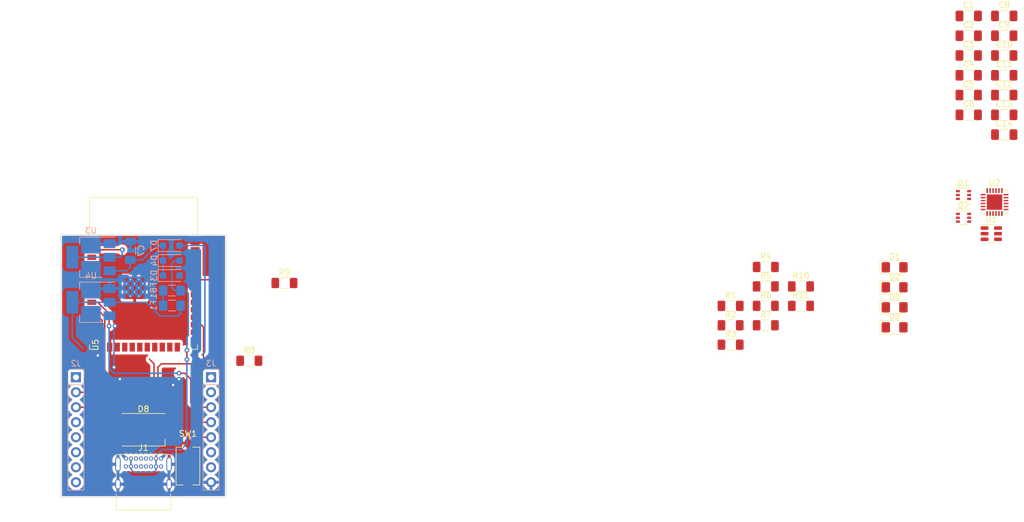
<source format=kicad_pcb>
(kicad_pcb (version 20221018) (generator pcbnew)
  (layers (0 "F.Cu" signal) (31 "B.Cu" signal) (34 "B.Paste" user) (35 "F.Paste" user) (36 "B.SilkS" user "B.Silkscreen") (37 "F.SilkS" user "F.Silkscreen") (38 "B.Mask" user) (39 "F.Mask" user) (44 "Edge.Cuts" user))
  (net 0 "")
  (net 1 "+5V")
  (net 2 "GND")
  (net 3 "+3.3VA")
  (net 4 "Net-(U2-VPP)")
  (net 5 "/3V3_LDO_IN")
  (net 6 "+BATT")
  (net 7 "/EN")
  (net 8 "/SW")
  (net 9 "Net-(D1-K)")
  (net 10 "Net-(D1-A)")
  (net 11 "Net-(D2-K)")
  (net 12 "Net-(D2-A)")
  (net 13 "+5VP")
  (net 14 "Net-(D5-A)")
  (net 15 "Net-(D6-A)")
  (net 16 "/VIN")
  (net 17 "/NeoPixel")
  (net 19 "Net-(F1-Pad1)")
  (net 20 "Net-(J1-CC1)")
  (net 21 "Net-(J1-D+-PadA6)")
  (net 22 "Net-(J1-D--PadA7)")
  (net 24 "Net-(J1-CC2)")
  (net 26 "/IO26")
  (net 27 "/IO25")
  (net 28 "/IO19")
  (net 29 "/IO18")
  (net 30 "/IO17")
  (net 31 "/IO14")
  (net 32 "/IO13")
  (net 33 "/IO35")
  (net 34 "/IO34")
  (net 35 "/IO33")
  (net 36 "/IO32")
  (net 37 "/IO27")
  (net 38 "/SCL")
  (net 39 "/SDA")
  (net 40 "/DTR")
  (net 41 "/RTS")
  (net 42 "/IO0")
  (net 43 "Net-(U2-~{RST})")
  (net 44 "/TX")
  (net 45 "Net-(U2-RXD)")
  (net 46 "/RX")
  (net 47 "Net-(U2-TXD)")
  (net 48 "Net-(U2-D-)")
  (net 49 "Net-(U2-D+)")
  (footprint "Capacitor_SMD:C_1206_3216Metric_Pad1.33x1.80mm_HandSolder" (layer "F.Cu") (at 231.5 44.44)
    (fp_text reference "C14" (at 0 -1.85) (layer "F.SilkS"))
    (fp_text value "100n")
    (pad "1" smd roundrect (at -1.5625 0) (size 1.325 1.8) (layers "F.Cu" "F.Paste" "F.Mask") (roundrect_rratio 0.188679) (net 8 "/SW"))
    (pad "2" smd roundrect (at 1.5625 0) (size 1.325 1.8) (layers "F.Cu" "F.Paste" "F.Mask") (roundrect_rratio 0.188679) (net 2 "GND"))
  )
  (footprint "Resistor_SMD:R_1206_3216Metric_Pad1.30x1.75mm_HandSolder" (layer "F.Cu") (at 185.21 80.01)
    (fp_text reference "R3" (at 0 -1.82) (layer "F.SilkS"))
    (fp_text value "220")
    (pad "1" smd roundrect (at -1.55 0) (size 1.3 1.75) (layers "F.Cu" "F.Paste" "F.Mask") (roundrect_rratio 0.192308) (net 3 "+3.3VA"))
    (pad "2" smd roundrect (at 1.55 0) (size 1.3 1.75) (layers "F.Cu" "F.Paste" "F.Mask") (roundrect_rratio 0.192308) (net 12 "Net-(D2-A)"))
  )
  (footprint "Package_DFN_QFN:QFN-24-1EP_4x4mm_P0.5mm_EP2.6x2.6mm" (layer "F.Cu") (at 229.86 55.86)
    (fp_text reference "U2" (at 0 -3.3) (layer "F.SilkS"))
    (fp_text value "CP2104")
    (pad "1" smd roundrect (at -1.9375 -1.25) (size 0.825 0.25) (layers "F.Cu" "F.Paste" "F.Mask"))
    (pad "2" smd roundrect (at -1.9375 -0.75) (size 0.825 0.25) (layers "F.Cu" "F.Paste" "F.Mask") (net 2 "GND"))
    (pad "3" smd roundrect (at -1.9375 -0.25) (size 0.825 0.25) (layers "F.Cu" "F.Paste" "F.Mask") (net 49 "Net-(U2-D+)"))
    (pad "4" smd roundrect (at -1.9375 0.25) (size 0.825 0.25) (layers "F.Cu" "F.Paste" "F.Mask") (net 48 "Net-(U2-D-)"))
    (pad "5" smd roundrect (at -1.9375 0.75) (size 0.825 0.25) (layers "F.Cu" "F.Paste" "F.Mask") (net 3 "+3.3VA"))
    (pad "6" smd roundrect (at -1.9375 1.25) (size 0.825 0.25) (layers "F.Cu" "F.Paste" "F.Mask") (net 3 "+3.3VA"))
    (pad "7" smd roundrect (at -1.25 1.9375) (size 0.25 0.825) (layers "F.Cu" "F.Paste" "F.Mask") (net 1 "+5V"))
    (pad "8" smd roundrect (at -0.75 1.9375) (size 0.25 0.825) (layers "F.Cu" "F.Paste" "F.Mask") (net 1 "+5V"))
    (pad "9" smd roundrect (at -0.25 1.9375) (size 0.25 0.825) (layers "F.Cu" "F.Paste" "F.Mask") (net 43 "Net-(U2-~{RST})"))
    (pad "10" smd roundrect (at 0.25 1.9375) (size 0.25 0.825) (layers "F.Cu" "F.Paste" "F.Mask"))
    (pad "11" smd roundrect (at 0.75 1.9375) (size 0.25 0.825) (layers "F.Cu" "F.Paste" "F.Mask"))
    (pad "12" smd roundrect (at 1.25 1.9375) (size 0.25 0.825) (layers "F.Cu" "F.Paste" "F.Mask"))
    (pad "13" smd roundrect (at 1.9375 1.25) (size 0.825 0.25) (layers "F.Cu" "F.Paste" "F.Mask") (net 11 "Net-(D2-K)"))
    (pad "14" smd roundrect (at 1.9375 0.75) (size 0.825 0.25) (layers "F.Cu" "F.Paste" "F.Mask") (net 9 "Net-(D1-K)"))
    (pad "15" smd roundrect (at 1.9375 0.25) (size 0.825 0.25) (layers "F.Cu" "F.Paste" "F.Mask"))
    (pad "16" smd roundrect (at 1.9375 -0.25) (size 0.825 0.25) (layers "F.Cu" "F.Paste" "F.Mask") (net 4 "Net-(U2-VPP)"))
    (pad "17" smd roundrect (at 1.9375 -0.75) (size 0.825 0.25) (layers "F.Cu" "F.Paste" "F.Mask"))
    (pad "18" smd roundrect (at 1.9375 -1.25) (size 0.825 0.25) (layers "F.Cu" "F.Paste" "F.Mask"))
    (pad "19" smd roundrect (at 1.25 -1.9375) (size 0.25 0.825) (layers "F.Cu" "F.Paste" "F.Mask") (net 41 "/RTS"))
    (pad "20" smd roundrect (at 0.75 -1.9375) (size 0.25 0.825) (layers "F.Cu" "F.Paste" "F.Mask") (net 45 "Net-(U2-RXD)"))
    (pad "21" smd roundrect (at 0.25 -1.9375) (size 0.25 0.825) (layers "F.Cu" "F.Paste" "F.Mask") (net 47 "Net-(U2-TXD)"))
    (pad "22" smd roundrect (at -0.25 -1.9375) (size 0.25 0.825) (layers "F.Cu" "F.Paste" "F.Mask"))
    (pad "23" smd roundrect (at -0.75 -1.9375) (size 0.25 0.825) (layers "F.Cu" "F.Paste" "F.Mask") (net 40 "/DTR"))
    (pad "24" smd roundrect (at -1.25 -1.9375) (size 0.25 0.825) (layers "F.Cu" "F.Paste" "F.Mask"))
    (pad "25" smd rect (at 0 0) (size 2.6 2.6) (layers "F.Cu" "F.Mask") (net 2 "GND"))
  )
  (footprint "LED_SMD:LED_1206_3216Metric_Pad1.42x1.75mm_HandSolder" (layer "F.Cu") (at 212.955 73.68)
    (fp_text reference "D5" (at 0 -1.82) (layer "F.SilkS"))
    (fp_text value "LED")
    (pad "1" smd roundrect (at -1.4875 0) (size 1.425 1.75) (layers "F.Cu" "F.Paste" "F.Mask") (roundrect_rratio 0.175439) (net 2 "GND"))
    (pad "2" smd roundrect (at 1.4875 0) (size 1.425 1.75) (layers "F.Cu" "F.Paste" "F.Mask") (roundrect_rratio 0.175439) (net 14 "Net-(D5-A)"))
  )
  (footprint "LED_SMD:LED_1206_3216Metric_Pad1.42x1.75mm_HandSolder" (layer "F.Cu") (at 212.955 70.29)
    (fp_text reference "D2" (at 0 -1.82) (layer "F.SilkS"))
    (fp_text value "GRN_LED")
    (pad "1" smd roundrect (at -1.4875 0) (size 1.425 1.75) (layers "F.Cu" "F.Paste" "F.Mask") (roundrect_rratio 0.175439) (net 11 "Net-(D2-K)"))
    (pad "2" smd roundrect (at 1.4875 0) (size 1.425 1.75) (layers "F.Cu" "F.Paste" "F.Mask") (roundrect_rratio 0.175439) (net 12 "Net-(D2-A)"))
  )
  (footprint "Capacitor_SMD:C_1206_3216Metric_Pad1.33x1.80mm_HandSolder" (layer "F.Cu") (at 231.5 31.04)
    (fp_text reference "C10" (at 0 -1.85) (layer "F.SilkS"))
    (fp_text value "22u")
    (pad "1" smd roundrect (at -1.5625 0) (size 1.325 1.8) (layers "F.Cu" "F.Paste" "F.Mask") (roundrect_rratio 0.188679) (net 1 "+5V"))
    (pad "2" smd roundrect (at 1.5625 0) (size 1.325 1.8) (layers "F.Cu" "F.Paste" "F.Mask") (roundrect_rratio 0.188679) (net 2 "GND"))
  )
  (footprint "Resistor_SMD:R_1206_3216Metric_Pad1.30x1.75mm_HandSolder" (layer "F.Cu") (at 191.16 70.14)
    (fp_text reference "R5" (at 0 -1.82) (layer "F.SilkS"))
    (fp_text value "10k")
    (pad "1" smd roundrect (at -1.55 0) (size 1.3 1.75) (layers "F.Cu" "F.Paste" "F.Mask") (roundrect_rratio 0.192308) (net 43 "Net-(U2-~{RST})"))
    (pad "2" smd roundrect (at 1.55 0) (size 1.3 1.75) (layers "F.Cu" "F.Paste" "F.Mask") (roundrect_rratio 0.192308) (net 3 "+3.3VA"))
  )
  (footprint "Capacitor_SMD:C_1206_3216Metric_Pad1.33x1.80mm_HandSolder" (layer "F.Cu") (at 225.49 27.69)
    (fp_text reference "C2" (at 0 -1.85) (layer "F.SilkS"))
    (fp_text value "100n")
    (pad "1" smd roundrect (at -1.5625 0) (size 1.325 1.8) (layers "F.Cu" "F.Paste" "F.Mask") (roundrect_rratio 0.188679) (net 1 "+5V"))
    (pad "2" smd roundrect (at 1.5625 0) (size 1.325 1.8) (layers "F.Cu" "F.Paste" "F.Mask") (roundrect_rratio 0.188679) (net 2 "GND"))
  )
  (footprint "Resistor_SMD:R_1206_3216Metric_Pad1.30x1.75mm_HandSolder" (layer "F.Cu") (at 197.11 70.14)
    (fp_text reference "R10" (at 0 -1.82) (layer "F.SilkS"))
    (fp_text value "10k")
    (pad "1" smd roundrect (at -1.55 0) (size 1.3 1.75) (layers "F.Cu" "F.Paste" "F.Mask") (roundrect_rratio 0.192308) (net 3 "+3.3VA"))
    (pad "2" smd roundrect (at 1.55 0) (size 1.3 1.75) (layers "F.Cu" "F.Paste" "F.Mask") (roundrect_rratio 0.192308) (net 7 "/EN"))
  )
  (footprint "Capacitor_SMD:C_1206_3216Metric_Pad1.33x1.80mm_HandSolder" (layer "F.Cu") (at 231.5 41.09)
    (fp_text reference "C13" (at 0 -1.85) (layer "F.SilkS"))
    (fp_text value "100n")
    (pad "1" smd roundrect (at -1.5625 0) (size 1.325 1.8) (layers "F.Cu" "F.Paste" "F.Mask") (roundrect_rratio 0.188679) (net 7 "/EN"))
    (pad "2" smd roundrect (at 1.5625 0) (size 1.325 1.8) (layers "F.Cu" "F.Paste" "F.Mask") (roundrect_rratio 0.188679) (net 2 "GND"))
  )
  (footprint "Capacitor_SMD:C_1206_3216Metric_Pad1.33x1.80mm_HandSolder" (layer "F.Cu") (at 231.5 24.34)
    (fp_text reference "C8" (at 0 -1.85) (layer "F.SilkS"))
    (fp_text value "22u")
    (pad "1" smd roundrect (at -1.5625 0) (size 1.325 1.8) (layers "F.Cu" "F.Paste" "F.Mask") (roundrect_rratio 0.188679) (net 3 "+3.3VA"))
    (pad "2" smd roundrect (at 1.5625 0) (size 1.325 1.8) (layers "F.Cu" "F.Paste" "F.Mask") (roundrect_rratio 0.188679) (net 2 "GND"))
  )
  (footprint "Package_TO_SOT_SMD:SOT-363_SC-70-6" (layer "F.Cu") (at 224.61 54.66)
    (fp_text reference "Q1" (at 0 -2) (layer "F.SilkS"))
    (fp_text value "UMH3N")
    (pad "1" smd rect (at -0.95 -0.65) (size 0.65 0.4) (layers "F.Cu" "F.Paste" "F.Mask") (net 40 "/DTR"))
    (pad "2" smd rect (at -0.95 0) (size 0.65 0.4) (layers "F.Cu" "F.Paste" "F.Mask") (net 41 "/RTS"))
    (pad "3" smd rect (at -0.95 0.65) (size 0.65 0.4) (layers "F.Cu" "F.Paste" "F.Mask"))
    (pad "4" smd rect (at 0.95 0.65) (size 0.65 0.4) (layers "F.Cu" "F.Paste" "F.Mask"))
    (pad "5" smd rect (at 0.95 0) (size 0.65 0.4) (layers "F.Cu" "F.Paste" "F.Mask"))
    (pad "6" smd rect (at 0.95 -0.65) (size 0.65 0.4) (layers "F.Cu" "F.Paste" "F.Mask") (net 42 "/IO0"))
  )
  (footprint "Capacitor_SMD:C_1206_3216Metric_Pad1.33x1.80mm_HandSolder" (layer "F.Cu") (at 231.5 27.69)
    (fp_text reference "C9" (at 0 -1.85) (layer "F.SilkS"))
    (fp_text value "22u")
    (pad "1" smd roundrect (at -1.5625 0) (size 1.325 1.8) (layers "F.Cu" "F.Paste" "F.Mask") (roundrect_rratio 0.188679) (net 6 "+BATT"))
    (pad "2" smd roundrect (at 1.5625 0) (size 1.325 1.8) (layers "F.Cu" "F.Paste" "F.Mask") (roundrect_rratio 0.188679) (net 2 "GND"))
  )
  (footprint "LED_SMD:LED_1206_3216Metric_Pad1.42x1.75mm_HandSolder" (layer "F.Cu") (at 212.955 77.07)
    (fp_text reference "D6" (at 0 -1.82) (layer "F.SilkS"))
    (fp_text value "LED")
    (pad "1" smd roundrect (at -1.4875 0) (size 1.425 1.75) (layers "F.Cu" "F.Paste" "F.Mask") (roundrect_rratio 0.175439) (net 2 "GND"))
    (pad "2" smd roundrect (at 1.4875 0) (size 1.425 1.75) (layers "F.Cu" "F.Paste" "F.Mask") (roundrect_rratio 0.175439) (net 15 "Net-(D6-A)"))
  )
  (footprint "Resistor_SMD:R_1206_3216Metric_Pad1.30x1.75mm_HandSolder" (layer "F.Cu") (at 185.21 73.43)
    (fp_text reference "R1" (at 0 -1.82) (layer "F.SilkS"))
    (fp_text value "5.1k")
    (pad "1" smd roundrect (at -1.55 0) (size 1.3 1.75) (layers "F.Cu" "F.Paste" "F.Mask") (roundrect_rratio 0.192308) (net 2 "GND"))
    (pad "2" smd roundrect (at 1.55 0) (size 1.3 1.75) (layers "F.Cu" "F.Paste" "F.Mask") (roundrect_rratio 0.192308) (net 24 "Net-(J1-CC2)"))
  )
  (footprint "Capacitor_SMD:C_1206_3216Metric_Pad1.33x1.80mm_HandSolder" (layer "F.Cu") (at 225.49 31.04)
    (fp_text reference "C3" (at 0 -1.85) (layer "F.SilkS"))
    (fp_text value "4.7u")
    (pad "1" smd roundrect (at -1.5625 0) (size 1.325 1.8) (layers "F.Cu" "F.Paste" "F.Mask") (roundrect_rratio 0.188679) (net 1 "+5V"))
    (pad "2" smd roundrect (at 1.5625 0) (size 1.325 1.8) (layers "F.Cu" "F.Paste" "F.Mask") (roundrect_rratio 0.188679) (net 2 "GND"))
  )
  (footprint "Capacitor_SMD:C_1206_3216Metric_Pad1.33x1.80mm_HandSolder" (layer "F.Cu") (at 225.49 24.34)
    (fp_text reference "C1" (at 0 -1.85) (layer "F.SilkS"))
    (fp_text value "22u")
    (pad "1" smd roundrect (at -1.5625 0) (size 1.325 1.8) (layers "F.Cu" "F.Paste" "F.Mask") (roundrect_rratio 0.188679) (net 1 "+5V"))
    (pad "2" smd roundrect (at 1.5625 0) (size 1.325 1.8) (layers "F.Cu" "F.Paste" "F.Mask") (roundrect_rratio 0.188679) (net 2 "GND"))
  )
  (footprint "Capacitor_SMD:C_1206_3216Metric_Pad1.33x1.80mm_HandSolder" (layer "F.Cu") (at 225.49 34.39)
    (fp_text reference "C4" (at 0 -1.85) (layer "F.SilkS"))
    (fp_text value "22u")
    (pad "1" smd roundrect (at -1.5625 0) (size 1.325 1.8) (layers "F.Cu" "F.Paste" "F.Mask") (roundrect_rratio 0.188679) (net 3 "+3.3VA"))
    (pad "2" smd roundrect (at 1.5625 0) (size 1.325 1.8) (layers "F.Cu" "F.Paste" "F.Mask") (roundrect_rratio 0.188679) (net 2 "GND"))
  )
  (footprint "Package_TO_SOT_SMD:SOT-23-6" (layer "F.Cu") (at 229.31 61.21)
    (fp_text reference "U1" (at 0 -2.4) (layer "F.SilkS"))
    (fp_text value "USBLC6-2SC6")
    (pad "1" smd roundrect (at -1.1375 -0.95) (size 1.325 0.6) (layers "F.Cu" "F.Paste" "F.Mask") (net 21 "Net-(J1-D+-PadA6)"))
    (pad "2" smd roundrect (at -1.1375 0) (size 1.325 0.6) (layers "F.Cu" "F.Paste" "F.Mask") (net 2 "GND"))
    (pad "3" smd roundrect (at -1.1375 0.95) (size 1.325 0.6) (layers "F.Cu" "F.Paste" "F.Mask") (net 22 "Net-(J1-D--PadA7)"))
    (pad "4" smd roundrect (at 1.1375 0.95) (size 1.325 0.6) (layers "F.Cu" "F.Paste" "F.Mask") (net 48 "Net-(U2-D-)"))
    (pad "5" smd roundrect (at 1.1375 0) (size 1.325 0.6) (layers "F.Cu" "F.Paste" "F.Mask") (net 1 "+5V"))
    (pad "6" smd roundrect (at 1.1375 -0.95) (size 1.325 0.6) (layers "F.Cu" "F.Paste" "F.Mask") (net 49 "Net-(U2-D+)"))
  )
  (footprint "Resistor_SMD:R_1206_3216Metric_Pad1.30x1.75mm_HandSolder" (layer "F.Cu") (at 185.21 76.72)
    (fp_text reference "R2" (at 0 -1.82) (layer "F.SilkS"))
    (fp_text value "5.1k")
    (pad "1" smd roundrect (at -1.55 0) (size 1.3 1.75) (layers "F.Cu" "F.Paste" "F.Mask") (roundrect_rratio 0.192308) (net 2 "GND"))
    (pad "2" smd roundrect (at 1.55 0) (size 1.3 1.75) (layers "F.Cu" "F.Paste" "F.Mask") (roundrect_rratio 0.192308) (net 20 "Net-(J1-CC1)"))
  )
  (footprint "Capacitor_SMD:C_1206_3216Metric_Pad1.33x1.80mm_HandSolder" (layer "F.Cu") (at 231.5 34.39)
    (fp_text reference "C11" (at 0 -1.85) (layer "F.SilkS"))
    (fp_text value "22u")
    (pad "1" smd roundrect (at -1.5625 0) (size 1.325 1.8) (layers "F.Cu" "F.Paste" "F.Mask") (roundrect_rratio 0.188679) (net 3 "+3.3VA"))
    (pad "2" smd roundrect (at 1.5625 0) (size 1.325 1.8) (layers "F.Cu" "F.Paste" "F.Mask") (roundrect_rratio 0.188679) (net 2 "GND"))
  )
  (footprint "Resistor_SMD:R_1206_3216Metric_Pad1.30x1.75mm_HandSolder" (layer "F.Cu") (at 191.16 76.72)
    (fp_text reference "R7" (at 0 -1.82) (layer "F.SilkS"))
    (fp_text value "22")
    (pad "1" smd roundrect (at -1.55 0) (size 1.3 1.75) (layers "F.Cu" "F.Paste" "F.Mask") (roundrect_rratio 0.192308) (net 46 "/RX"))
    (pad "2" smd roundrect (at 1.55 0) (size 1.3 1.75) (layers "F.Cu" "F.Paste" "F.Mask") (roundrect_rratio 0.192308) (net 47 "Net-(U2-TXD)"))
  )
  (footprint "Capacitor_SMD:C_1206_3216Metric_Pad1.33x1.80mm_HandSolder" (layer "F.Cu") (at 231.5 37.74)
    (fp_text reference "C12" (at 0 -1.85) (layer "F.SilkS"))
    (fp_text value "100n")
    (pad "1" smd roundrect (at -1.5625 0) (size 1.325 1.8) (layers "F.Cu" "F.Paste" "F.Mask") (roundrect_rratio 0.188679) (net 3 "+3.3VA"))
    (pad "2" smd roundrect (at 1.5625 0) (size 1.325 1.8) (layers "F.Cu" "F.Paste" "F.Mask") (roundrect_rratio 0.188679) (net 2 "GND"))
  )
  (footprint "Resistor_SMD:R_1206_3216Metric_Pad1.30x1.75mm_HandSolder" (layer "F.Cu") (at 109.7376 69.5688)
    (fp_text reference "R9" (at 0 -1.82) (layer "F.SilkS"))
    (fp_text value "220")
    (pad "1" smd roundrect (at -1.55 0) (size 1.3 1.75) (layers "F.Cu" "F.Paste" "F.Mask") (roundrect_rratio 0.192308) (net 1 "+5V"))
    (pad "2" smd roundrect (at 1.55 0) (size 1.3 1.75) (layers "F.Cu" "F.Paste" "F.Mask") (roundrect_rratio 0.192308) (net 15 "Net-(D6-A)"))
  )
  (footprint "RF_Module:ESP32-WROOM-32D" (layer "F.Cu") (at 85.89 70.91)
    (fp_text reference "U5" (at -8.12 9.15 90) (layer "F.SilkS"))
    (fp_text value "ESP32-WROOM-32D")
    (pad "1" smd rect (at -8.75 -8.25) (size 1.5 0.9) (layers "F.Cu" "F.Paste" "F.Mask") (net 2 "GND"))
    (pad "2" smd rect (at -8.75 -6.98) (size 1.5 0.9) (layers "F.Cu" "F.Paste" "F.Mask") (net 3 "+3.3VA"))
    (pad "3" smd rect (at -8.75 -5.71) (size 1.5 0.9) (layers "F.Cu" "F.Paste" "F.Mask") (net 7 "/EN"))
    (pad "4" smd rect (at -8.75 -4.44) (size 1.5 0.9) (layers "F.Cu" "F.Paste" "F.Mask"))
    (pad "5" smd rect (at -8.75 -3.17) (size 1.5 0.9) (layers "F.Cu" "F.Paste" "F.Mask"))
    (pad "6" smd rect (at -8.75 -1.9) (size 1.5 0.9) (layers "F.Cu" "F.Paste" "F.Mask") (net 34 "/IO34"))
    (pad "7" smd rect (at -8.75 -0.63) (size 1.5 0.9) (layers "F.Cu" "F.Paste" "F.Mask") (net 33 "/IO35"))
    (pad "8" smd rect (at -8.75 0.64) (size 1.5 0.9) (layers "F.Cu" "F.Paste" "F.Mask") (net 36 "/IO32"))
    (pad "9" smd rect (at -8.75 1.91) (size 1.5 0.9) (layers "F.Cu" "F.Paste" "F.Mask") (net 35 "/IO33"))
    (pad "10" smd rect (at -8.75 3.18) (size 1.5 0.9) (layers "F.Cu" "F.Paste" "F.Mask") (net 27 "/IO25"))
    (pad "11" smd rect (at -8.75 4.45) (size 1.5 0.9) (layers "F.Cu" "F.Paste" "F.Mask") (net 26 "/IO26"))
    (pad "12" smd rect (at -8.75 5.72) (size 1.5 0.9) (layers "F.Cu" "F.Paste" "F.Mask") (net 37 "/IO27"))
    (pad "13" smd rect (at -8.75 6.99) (size 1.5 0.9) (layers "F.Cu" "F.Paste" "F.Mask") (net 31 "/IO14"))
    (pad "14" smd rect (at -8.75 8.26) (size 1.5 0.9) (layers "F.Cu" "F.Paste" "F.Mask"))
    (pad "15" smd rect (at -5.71 9.51 90) (size 1.5 0.9) (layers "F.Cu" "F.Paste" "F.Mask") (net 2 "GND"))
    (pad "16" smd rect (at -4.44 9.51 90) (size 1.5 0.9) (layers "F.Cu" "F.Paste" "F.Mask") (net 32 "/IO13"))
    (pad "17" smd rect (at -3.17 9.51 90) (size 1.5 0.9) (layers "F.Cu" "F.Paste" "F.Mask"))
    (pad "18" smd rect (at -1.9 9.51 90) (size 1.5 0.9) (layers "F.Cu" "F.Paste" "F.Mask"))
    (pad "19" smd rect (at -0.63 9.51 90) (size 1.5 0.9) (layers "F.Cu" "F.Paste" "F.Mask"))
    (pad "20" smd rect (at 0.64 9.51 90) (size 1.5 0.9) (layers "F.Cu" "F.Paste" "F.Mask"))
    (pad "21" smd rect (at 1.91 9.51 90) (size 1.5 0.9) (layers "F.Cu" "F.Paste" "F.Mask"))
    (pad "22" smd rect (at 3.18 9.51 90) (size 1.5 0.9) (layers "F.Cu" "F.Paste" "F.Mask"))
    (pad "23" smd rect (at 4.45 9.51 90) (size 1.5 0.9) (layers "F.Cu" "F.Paste" "F.Mask"))
    (pad "24" smd rect (at 5.72 9.51 90) (size 1.5 0.9) (layers "F.Cu" "F.Paste" "F.Mask"))
    (pad "25" smd rect (at 8.75 8.26) (size 1.5 0.9) (layers "F.Cu" "F.Paste" "F.Mask"))
    (pad "26" smd rect (at 8.75 6.99) (size 1.5 0.9) (layers "F.Cu" "F.Paste" "F.Mask"))
    (pad "27" smd rect (at 8.75 5.72) (size 1.5 0.9) (layers "F.Cu" "F.Paste" "F.Mask") (net 17 "/NeoPixel"))
    (pad "28" smd rect (at 8.75 4.45) (size 1.5 0.9) (layers "F.Cu" "F.Paste" "F.Mask") (net 30 "/IO17"))
    (pad "29" smd rect (at 8.75 3.18) (size 1.5 0.9) (layers "F.Cu" "F.Paste" "F.Mask"))
    (pad "30" smd rect (at 8.75 1.91) (size 1.5 0.9) (layers "F.Cu" "F.Paste" "F.Mask") (net 29 "/IO18"))
    (pad "31" smd rect (at 8.75 0.64) (size 1.5 0.9) (layers "F.Cu" "F.Paste" "F.Mask") (net 28 "/IO19"))
    (pad "32" smd rect (at 8.75 -0.63) (size 1.5 0.9) (layers "F.Cu" "F.Paste" "F.Mask"))
    (pad "33" smd rect (at 8.75 -1.9) (size 1.5 0.9) (layers "F.Cu" "F.Paste" "F.Mask") (net 8 "/SW"))
    (pad "34" smd rect (at 8.75 -3.17) (size 1.5 0.9) (layers "F.Cu" "F.Paste" "F.Mask") (net 46 "/RX"))
    (pad "35" smd rect (at 8.75 -4.44) (size 1.5 0.9) (layers "F.Cu" "F.Paste" "F.Mask") (net 44 "/TX"))
    (pad "36" smd rect (at 8.75 -5.71) (size 1.5 0.9) (layers "F.Cu" "F.Paste" "F.Mask") (net 39 "/SDA"))
    (pad "37" smd rect (at 8.75 -6.98) (size 1.5 0.9) (layers "F.Cu" "F.Paste" "F.Mask") (net 38 "/SCL"))
    (pad "38" smd rect (at 8.75 -8.25) (size 1.5 0.9) (layers "F.Cu" "F.Paste" "F.Mask") (net 2 "GND"))
    (pad "39" smd rect (at -2.9 -1.93) (size 0.9 0.9) (layers "F.Cu" "F.Paste") (net 2 "GND"))
    (pad "39" thru_hole circle (at -2.9 -1.23) (size 0.6 0.6) (drill 0.2) (property pad_prop_heatsink) (layers "*.Cu" "F.Mask") (net 2 "GND"))
    (pad "39" smd rect (at -2.9 -0.53) (size 0.9 0.9) (layers "F.Cu" "F.Paste") (net 2 "GND"))
    (pad "39" thru_hole circle (at -2.9 0.17) (size 0.6 0.6) (drill 0.2) (property pad_prop_heatsink) (layers "*.Cu" "F.Mask") (net 2 "GND"))
    (pad "39" smd rect (at -2.9 0.87) (size 0.9 0.9) (layers "F.Cu" "F.Paste") (net 2 "GND"))
    (pad "39" thru_hole circle (at -2.2 -1.93) (size 0.6 0.6) (drill 0.2) (property pad_prop_heatsink) (layers "*.Cu" "F.Mask") (net 2 "GND"))
    (pad "39" thru_hole circle (at -2.2 -0.53) (size 0.6 0.6) (drill 0.2) (property pad_prop_heatsink) (layers "*.Cu" "F.Mask") (net 2 "GND"))
    (pad "39" thru_hole circle (at -2.2 0.87) (size 0.6 0.6) (drill 0.2) (property pad_prop_heatsink) (layers "*.Cu" "F.Mask") (net 2 "GND"))
    (pad "39" thru_hole circle (at -1.525 -1.23) (size 0.6 0.6) (drill 0.2) (property pad_prop_heatsink) (layers "*.Cu" "F.Mask") (net 2 "GND"))
    (pad "39" thru_hole circle (at -1.525 0.17) (size 0.6 0.6) (drill 0.2) (property pad_prop_heatsink) (layers "*.Cu" "F.Mask") (net 2 "GND"))
    (pad "39" smd rect (at -1.5 -1.93) (size 0.9 0.9) (layers "F.Cu" "F.Paste") (net 2 "GND"))
    (pad "39" smd rect (at -1.5 -0.53) (size 0.9 0.9) (layers "F.Cu" "F.Paste") (net 2 "GND"))
    (pad "39" smd rect (at -1.5 -0.53) (size 3.8 3.8) (layers "F.Cu" "F.Mask") (net 2 "GND"))
    (pad "39" smd rect (at -1.5 0.87) (size 0.9 0.9) (layers "F.Cu" "F.Paste") (net 2 "GND"))
    (pad "39" thru_hole circle (at -0.8 -1.93) (size 0.6 0.6) (drill 0.2) (property pad_prop_heatsink) (layers "*.Cu" "F.Mask") (net 2 "GND"))
    (pad "39" thru_hole circle (at -0.8 -0.53) (size 0.6 0.6) (drill 0.2) (property pad_prop_heatsink) (layers "*.Cu" "F.Mask") (net 2 "GND"))
    (pad "39" thru_hole circle (at -0.8 0.87) (size 0.6 0.6) (drill 0.2) (property pad_prop_heatsink) (layers "*.Cu" "F.Mask") (net 2 "GND"))
    (pad "39" smd rect (at -0.1 -1.93) (size 0.9 0.9) (layers "F.Cu" "F.Paste") (net 2 "GND"))
    (pad "39" thru_hole circle (at -0.1 -1.23) (size 0.6 0.6) (drill 0.2) (property pad_prop_heatsink) (layers "*.Cu" "F.Mask") (net 2 "GND"))
    (pad "39" smd rect (at -0.1 -0.53) (size 0.9 0.9) (layers "F.Cu" "F.Paste") (net 2 "GND"))
    (pad "39" thru_hole circle (at -0.1 0.17) (size 0.6 0.6) (drill 0.2) (property pad_prop_heatsink) (layers "*.Cu" "F.Mask") (net 2 "GND"))
    (pad "39" smd rect (at -0.1 0.87) (size 0.9 0.9) (layers "F.Cu" "F.Paste") (net 2 "GND"))
    (zone (net 0) (net_name "") (layers "*.Cu") (connect_pads (clearance 0)) (min_thickness 0.254)
      (keepout (tracks not_allowed) (vias not_allowed) (pads not_allowed) (copperpour not_allowed) (footprints not_allowed))
      (fill (thermal_gap 0.508) (thermal_bridge_width 0.508))
      (polygon (pts (xy 61.89 61.36) (xy 109.89 61.36) (xy 109.89 40.17) (xy 61.89 40.17)))
    )
  )
  (footprint "LED_SMD:LED_1206_3216Metric_Pad1.42x1.75mm_HandSolder" (layer "F.Cu") (at 212.955 66.9)
    (fp_text reference "D1" (at 0 -1.82) (layer "F.SilkS"))
    (fp_text value "YLW_LED")
    (pad "1" smd roundrect (at -1.4875 0) (size 1.425 1.75) (layers "F.Cu" "F.Paste" "F.Mask") (roundrect_rratio 0.175439) (net 9 "Net-(D1-K)"))
    (pad "2" smd roundrect (at 1.4875 0) (size 1.425 1.75) (layers "F.Cu" "F.Paste" "F.Mask") (roundrect_rratio 0.175439) (net 10 "Net-(D1-A)"))
  )
  (footprint "Connector_USB:USB_C_Receptacle_GCT_USB4085" (layer "F.Cu") (at 82.915 99.275)
    (fp_text reference "J1" (at 2.975 -1.8) (layer "F.SilkS"))
    (fp_text value "USB_C_Receptacle_USB2.0")
    (pad "A1" thru_hole circle (at 0 0) (size 0.7 0.7) (drill 0.4) (layers "*.Cu" "*.Mask") (net 2 "GND"))
    (pad "A4" thru_hole circle (at 0.85 0) (size 0.7 0.7) (drill 0.4) (layers "*.Cu" "*.Mask") (net 13 "+5VP"))
    (pad "A5" thru_hole circle (at 1.7 0) (size 0.7 0.7) (drill 0.4) (layers "*.Cu" "*.Mask") (net 20 "Net-(J1-CC1)"))
    (pad "A6" thru_hole circle (at 2.55 0) (size 0.7 0.7) (drill 0.4) (layers "*.Cu" "*.Mask") (net 21 "Net-(J1-D+-PadA6)"))
    (pad "A7" thru_hole circle (at 3.4 0) (size 0.7 0.7) (drill 0.4) (layers "*.Cu" "*.Mask") (net 22 "Net-(J1-D--PadA7)"))
    (pad "A8" thru_hole circle (at 4.25 0) (size 0.7 0.7) (drill 0.4) (layers "*.Cu" "*.Mask"))
    (pad "A9" thru_hole circle (at 5.1 0) (size 0.7 0.7) (drill 0.4) (layers "*.Cu" "*.Mask") (net 13 "+5VP"))
    (pad "A12" thru_hole circle (at 5.95 0) (size 0.7 0.7) (drill 0.4) (layers "*.Cu" "*.Mask") (net 2 "GND"))
    (pad "B1" thru_hole circle (at 5.95 1.35) (size 0.7 0.7) (drill 0.4) (layers "*.Cu" "*.Mask") (net 2 "GND"))
    (pad "B4" thru_hole circle (at 5.1 1.35) (size 0.7 0.7) (drill 0.4) (layers "*.Cu" "*.Mask") (net 13 "+5VP"))
    (pad "B5" thru_hole circle (at 4.25 1.35) (size 0.7 0.7) (drill 0.4) (layers "*.Cu" "*.Mask") (net 24 "Net-(J1-CC2)"))
    (pad "B6" thru_hole circle (at 3.4 1.35) (size 0.7 0.7) (drill 0.4) (layers "*.Cu" "*.Mask") (net 21 "Net-(J1-D+-PadA6)"))
    (pad "B7" thru_hole circle (at 2.55 1.35) (size 0.7 0.7) (drill 0.4) (layers "*.Cu" "*.Mask") (net 22 "Net-(J1-D--PadA7)"))
    (pad "B8" thru_hole circle (at 1.7 1.35) (size 0.7 0.7) (drill 0.4) (layers "*.Cu" "*.Mask"))
    (pad "B9" thru_hole circle (at 0.85 1.35) (size 0.7 0.7) (drill 0.4) (layers "*.Cu" "*.Mask") (net 13 "+5VP"))
    (pad "B12" thru_hole circle (at 0 1.35) (size 0.7 0.7) (drill 0.4) (layers "*.Cu" "*.Mask") (net 2 "GND"))
    (pad "S1" thru_hole oval (at -1.35 0.98) (size 0.9 2.4) (drill oval 0.6 2.1) (layers "*.Cu" "*.Mask") (net 2 "GND"))
    (pad "S1" thru_hole oval (at -1.35 4.36) (size 0.9 1.7) (drill oval 0.6 1.4) (layers "*.Cu" "*.Mask") (net 2 "GND"))
    (pad "S1" thru_hole oval (at 7.3 0.98) (size 0.9 2.4) (drill oval 0.6 2.1) (layers "*.Cu" "*.Mask") (net 2 "GND"))
    (pad "S1" thru_hole oval (at 7.3 4.36) (size 0.9 1.7) (drill oval 0.6 1.4) (layers "*.Cu" "*.Mask") (net 2 "GND"))
  )
  (footprint "Resistor_SMD:R_1206_3216Metric_Pad1.30x1.75mm_HandSolder" (layer "F.Cu") (at 191.16 66.85)
    (fp_text reference "R4" (at 0 -1.82) (layer "F.SilkS"))
    (fp_text value "220")
    (pad "1" smd roundrect (at -1.55 0) (size 1.3 1.75) (layers "F.Cu" "F.Paste" "F.Mask") (roundrect_rratio 0.192308) (net 10 "Net-(D1-A)"))
    (pad "2" smd roundrect (at 1.55 0) (size 1.3 1.75) (layers "F.Cu" "F.Paste" "F.Mask") (roundrect_rratio 0.192308) (net 3 "+3.3VA"))
  )
  (footprint "Resistor_SMD:R_1206_3216Metric_Pad1.30x1.75mm_HandSolder" (layer "F.Cu") (at 103.7876 82.7288)
    (fp_text reference "R8" (at 0 -1.82) (layer "F.SilkS"))
    (fp_text value "220")
    (pad "1" smd roundrect (at -1.55 0) (size 1.3 1.75) (layers "F.Cu" "F.Paste" "F.Mask") (roundrect_rratio 0.192308) (net 3 "+3.3VA"))
    (pad "2" smd roundrect (at 1.55 0) (size 1.3 1.75) (layers "F.Cu" "F.Paste" "F.Mask") (roundrect_rratio 0.192308) (net 14 "Net-(D5-A)"))
  )
  (footprint "Package_TO_SOT_SMD:SOT-363_SC-70-6" (layer "F.Cu") (at 224.61 58.51)
    (fp_text reference "Q2" (at 0 -2) (layer "F.SilkS"))
    (fp_text value "UMH3N")
    (pad "1" smd rect (at -0.95 -0.65) (size 0.65 0.4) (layers "F.Cu" "F.Paste" "F.Mask") (net 7 "/EN"))
    (pad "2" smd rect (at -0.95 0) (size 0.65 0.4) (layers "F.Cu" "F.Paste" "F.Mask") (net 40 "/DTR"))
    (pad "3" smd rect (at -0.95 0.65) (size 0.65 0.4) (layers "F.Cu" "F.Paste" "F.Mask"))
    (pad "4" smd rect (at 0.95 0.65) (size 0.65 0.4) (layers "F.Cu" "F.Paste" "F.Mask"))
    (pad "5" smd rect (at 0.95 0) (size 0.65 0.4) (layers "F.Cu" "F.Paste" "F.Mask"))
    (pad "6" smd rect (at 0.95 -0.65) (size 0.65 0.4) (layers "F.Cu" "F.Paste" "F.Mask") (net 41 "/RTS"))
  )
  (footprint "Capacitor_SMD:C_1206_3216Metric_Pad1.33x1.80mm_HandSolder" (layer "F.Cu") (at 225.49 37.74)
    (fp_text reference "C5" (at 0 -1.85) (layer "F.SilkS"))
    (fp_text value "100n")
    (pad "1" smd roundrect (at -1.5625 0) (size 1.325 1.8) (layers "F.Cu" "F.Paste" "F.Mask") (roundrect_rratio 0.188679) (net 3 "+3.3VA"))
    (pad "2" smd roundrect (at 1.5625 0) (size 1.325 1.8) (layers "F.Cu" "F.Paste" "F.Mask") (roundrect_rratio 0.188679) (net 2 "GND"))
  )
  (footprint "Resistor_SMD:R_1206_3216Metric_Pad1.30x1.75mm_HandSolder" (layer "F.Cu") (at 191.16 73.43)
    (fp_text reference "R6" (at 0 -1.82) (layer "F.SilkS"))
    (fp_text value "22")
    (pad "1" smd roundrect (at -1.55 0) (size 1.3 1.75) (layers "F.Cu" "F.Paste" "F.Mask") (roundrect_rratio 0.192308) (net 44 "/TX"))
    (pad "2" smd roundrect (at 1.55 0) (size 1.3 1.75) (layers "F.Cu" "F.Paste" "F.Mask") (roundrect_rratio 0.192308) (net 45 "Net-(U2-RXD)"))
  )
  (footprint "LED_SMD:LED_SK6812_PLCC4_5.0x5.0mm_P3.2mm" (layer "F.Cu") (at 85.89 94.41)
    (fp_text reference "D8" (at 0 -3.5) (layer "F.SilkS"))
    (fp_text value "SK6812")
    (pad "1" smd rect (at 2.45 1.6) (size 1.5 1) (layers "F.Cu" "F.Paste" "F.Mask") (net 2 "GND"))
    (pad "2" smd rect (at 2.45 -1.6) (size 1.5 1) (layers "F.Cu" "F.Paste" "F.Mask") (net 17 "/NeoPixel"))
    (pad "3" smd rect (at -2.45 -1.6) (size 1.5 1) (layers "F.Cu" "F.Paste" "F.Mask") (net 1 "+5V"))
    (pad "4" smd rect (at -2.45 1.6) (size 1.5 1) (layers "F.Cu" "F.Paste" "F.Mask"))
  )
  (footprint "Capacitor_SMD:C_1206_3216Metric_Pad1.33x1.80mm_HandSolder" (layer "F.Cu") (at 225.49 41.09)
    (fp_text reference "C6" (at 0 -1.85) (layer "F.SilkS"))
    (fp_text value "4.7u")
    (pad "1" smd roundrect (at -1.5625 0) (size 1.325 1.8) (layers "F.Cu" "F.Paste" "F.Mask") (roundrect_rratio 0.188679) (net 4 "Net-(U2-VPP)"))
    (pad "2" smd roundrect (at 1.5625 0) (size 1.325 1.8) (layers "F.Cu" "F.Paste" "F.Mask") (roundrect_rratio 0.188679) (net 2 "GND"))
  )
  (footprint "Resistor_SMD:R_1206_3216Metric_Pad1.30x1.75mm_HandSolder" (layer "F.Cu") (at 197.11 73.43)
    (fp_text reference "R11" (at 0 -1.82) (layer "F.SilkS"))
    (fp_text value "10k")
    (pad "1" smd roundrect (at -1.55 0) (size 1.3 1.75) (layers "F.Cu" "F.Paste" "F.Mask") (roundrect_rratio 0.192308) (net 3 "+3.3VA"))
    (pad "2" smd roundrect (at 1.55 0) (size 1.3 1.75) (layers "F.Cu" "F.Paste" "F.Mask") (roundrect_rratio 0.192308) (net 8 "/SW"))
  )
  (footprint "Button_Switch_SMD:SW_Tactile_SPST_NO_Straight_CK_PTS636Sx25SMTRLFS" (layer "F.Cu") (at 93.4084 100.5568 -90)
    (fp_text reference "SW1" (at -5.4864 0 unlocked) (layer "F.SilkS"))
    (fp_text value "SW_SPST")
    (pad "1" smd rect (at -3.875 0 270) (size 1.25 1) (layers "F.Cu" "F.Paste" "F.Mask") (net 2 "GND"))
    (pad "2" smd rect (at 3.875 0 270) (size 1.25 1) (layers "F.Cu" "F.Paste" "F.Mask") (net 8 "/SW"))
  )
  (footprint "Capacitor_SMD:C_1206_3216Metric_Pad1.33x1.80mm_HandSolder" (layer "B.Cu") (at 83.6548 64.0824 90)
    (fp_text reference "C7" (at 0 1.85 90) (layer "B.SilkS") (effects (justify mirror)))
    (fp_text value "22u")
    (pad "1" smd roundrect (at -1.5625 0 90) (size 1.325 1.8) (layers "B.Cu" "B.Paste" "B.Mask") (roundrect_rratio 0.188679) (net 5 "/3V3_LDO_IN"))
    (pad "2" smd roundrect (at 1.5625 0 90) (size 1.325 1.8) (layers "B.Cu" "B.Paste" "B.Mask") (roundrect_rratio 0.188679) (net 2 "GND"))
  )
  (footprint "Diode_SMD:D_SOD-123F" (layer "B.Cu") (at 90.589197 63.2188)
    (fp_text reference "D7" (at -2.924 0 90) (layer "B.SilkS") (effects (justify mirror)))
    (fp_text value "D_Schottky")
    (pad "1" smd roundrect (at -1.4 0) (size 1.1 1.1) (layers "B.Cu" "B.Paste" "B.Mask") (roundrect_rratio 0.2272727273) (net 5 "/3V3_LDO_IN"))
    (pad "2" smd roundrect (at 1.4 0) (size 1.1 1.1) (layers "B.Cu" "B.Paste" "B.Mask") (roundrect_rratio 0.2272727273) (net 16 "/VIN"))
  )
  (footprint "Diode_SMD:D_SOD-123F" (layer "B.Cu") (at 90.589197 65.7588)
    (fp_text reference "D4" (at -2.8956 0 90) (layer "B.SilkS") (effects (justify mirror)))
    (fp_text value "D_Schottky")
    (pad "1" smd roundrect (at -1.4 0) (size 1.1 1.1) (layers "B.Cu" "B.Paste" "B.Mask") (roundrect_rratio 0.2272727273) (net 5 "/3V3_LDO_IN"))
    (pad "2" smd roundrect (at 1.4 0) (size 1.1 1.1) (layers "B.Cu" "B.Paste" "B.Mask") (roundrect_rratio 0.2272727273) (net 13 "+5VP"))
  )
  (footprint "Fuse:Fuse_1206_3216Metric_Pad1.42x1.75mm_HandSolder" (layer "B.Cu") (at 90.6876 73.3788)
    (fp_text reference "F1" (at -3.0845 0 90) (layer "B.SilkS") (effects (justify mirror)))
    (fp_text value "1A")
    (pad "1" smd roundrect (at -1.4875 0) (size 1.425 1.75) (layers "B.Cu" "B.Paste" "B.Mask") (roundrect_rratio 0.175439) (net 19 "Net-(F1-Pad1)"))
    (pad "2" smd roundrect (at 1.4875 0) (size 1.425 1.75) (layers "B.Cu" "B.Paste" "B.Mask") (roundrect_rratio 0.175439) (net 1 "+5V"))
  )
  (footprint "Diode_SMD:D_SOD-123F" (layer "B.Cu") (at 90.589197 68.2988)
    (fp_text reference "D3" (at -2.921197 0 90) (layer "B.SilkS") (effects (justify mirror)))
    (fp_text value "D_Schottky")
    (pad "1" smd roundrect (at -1.4 0) (size 1.1 1.1) (layers "B.Cu" "B.Paste" "B.Mask") (roundrect_rratio 0.2272727273) (net 5 "/3V3_LDO_IN"))
    (pad "2" smd roundrect (at 1.4 0) (size 1.1 1.1) (layers "B.Cu" "B.Paste" "B.Mask") (roundrect_rratio 0.2272727273) (net 6 "+BATT"))
  )
  (footprint "Package_TO_SOT_SMD:SOT-223-3_TabPin2" (layer "B.Cu") (at 77 72.82 180)
    (fp_text reference "U4" (at 0 4.5) (layer "B.SilkS") (effects (justify mirror)))
    (fp_text value "AZ1117-5.0")
    (pad "1" smd rect (at -3.15 2.3 180) (size 2 1.5) (layers "B.Cu" "B.Paste" "B.Mask") (net 2 "GND"))
    (pad "2" smd rect (at -3.15 0 180) (size 2 1.5) (layers "B.Cu" "B.Paste" "B.Mask") (net 1 "+5V"))
    (pad "2" smd rect (at 3.15 0 180) (size 2 3.8) (layers "B.Cu" "B.Paste" "B.Mask") (net 1 "+5V"))
    (pad "3" smd rect (at -3.15 -2.3 180) (size 2 1.5) (layers "B.Cu" "B.Paste" "B.Mask") (net 6 "+BATT"))
  )
  (footprint "Connector_PinHeader_2.54mm:PinHeader_1x08_P2.54mm_Vertical" (layer "B.Cu") (at 74.46 85.52 180)
    (fp_text reference "J2" (at 0 2.33) (layer "B.SilkS") (effects (justify mirror)))
    (fp_text value "Conn_01x08")
    (pad "1" thru_hole rect (at 0 0 180) (size 1.7 1.7) (drill 1) (layers "*.Cu" "*.Mask") (net 16 "/VIN"))
    (pad "2" thru_hole oval (at 0 -2.54 180) (size 1.7 1.7) (drill 1) (layers "*.Cu" "*.Mask") (net 26 "/IO26"))
    (pad "3" thru_hole oval (at 0 -5.08 180) (size 1.7 1.7) (drill 1) (layers "*.Cu" "*.Mask") (net 27 "/IO25"))
    (pad "4" thru_hole oval (at 0 -7.62 180) (size 1.7 1.7) (drill 1) (layers "*.Cu" "*.Mask") (net 28 "/IO19"))
    (pad "5" thru_hole oval (at 0 -10.16 180) (size 1.7 1.7) (drill 1) (layers "*.Cu" "*.Mask") (net 29 "/IO18"))
    (pad "6" thru_hole oval (at 0 -12.7 180) (size 1.7 1.7) (drill 1) (layers "*.Cu" "*.Mask") (net 30 "/IO17"))
    (pad "7" thru_hole oval (at 0 -15.24 180) (size 1.7 1.7) (drill 1) (layers "*.Cu" "*.Mask") (net 31 "/IO14"))
    (pad "8" thru_hole oval (at 0 -17.78 180) (size 1.7 1.7) (drill 1) (layers "*.Cu" "*.Mask") (net 32 "/IO13"))
  )
  (footprint "Connector_PinHeader_2.54mm:PinHeader_1x08_P2.54mm_Vertical" (layer "B.Cu") (at 97.32 85.52 180)
    (fp_text reference "J3" (at 0 2.33) (layer "B.SilkS") (effects (justify mirror)))
    (fp_text value "Conn_01x08")
    (pad "1" thru_hole rect (at 0 0 180) (size 1.7 1.7) (drill 1) (layers "*.Cu" "*.Mask") (net 33 "/IO35"))
    (pad "2" thru_hole oval (at 0 -2.54 180) (size 1.7 1.7) (drill 1) (layers "*.Cu" "*.Mask") (net 34 "/IO34"))
    (pad "3" thru_hole oval (at 0 -5.08 180) (size 1.7 1.7) (drill 1) (layers "*.Cu" "*.Mask") (net 35 "/IO33"))
    (pad "4" thru_hole oval (at 0 -7.62 180) (size 1.7 1.7) (drill 1) (layers "*.Cu" "*.Mask") (net 36 "/IO32"))
    (pad "5" thru_hole oval (at 0 -10.16 180) (size 1.7 1.7) (drill 1) (layers "*.Cu" "*.Mask") (net 37 "/IO27"))
    (pad "6" thru_hole oval (at 0 -12.7 180) (size 1.7 1.7) (drill 1) (layers "*.Cu" "*.Mask") (net 38 "/SCL"))
    (pad "7" thru_hole oval (at 0 -15.24 180) (size 1.7 1.7) (drill 1) (layers "*.Cu" "*.Mask") (net 39 "/SDA"))
    (pad "8" thru_hole oval (at 0 -17.78 180) (size 1.7 1.7) (drill 1) (layers "*.Cu" "*.Mask") (net 2 "GND"))
  )
  (footprint "Package_TO_SOT_SMD:SOT-223-3_TabPin2" (layer "B.Cu") (at 77 65.2 180)
    (fp_text reference "U3" (at 0 4.5) (layer "B.SilkS") (effects (justify mirror)))
    (fp_text value "AZ1117-3.3")
    (pad "1" smd rect (at -3.15 2.3 180) (size 2 1.5) (layers "B.Cu" "B.Paste" "B.Mask") (net 2 "GND"))
    (pad "2" smd rect (at -3.15 0 180) (size 2 1.5) (layers "B.Cu" "B.Paste" "B.Mask") (net 3 "+3.3VA"))
    (pad "2" smd rect (at 3.15 0 180) (size 2 3.8) (layers "B.Cu" "B.Paste" "B.Mask") (net 3 "+3.3VA"))
    (pad "3" smd rect (at -3.15 -2.3 180) (size 2 1.5) (layers "B.Cu" "B.Paste" "B.Mask") (net 5 "/3V3_LDO_IN"))
  )
  (footprint "Fuse:Fuse_1206_3216Metric_Pad1.42x1.75mm_HandSolder" (layer "B.Cu") (at 90.6876 70.8388 180)
    (fp_text reference "FB1" (at 3.0845 0 90) (layer "B.SilkS") (effects (justify mirror)))
    (fp_text value "BLM21PG221")
    (pad "1" smd roundrect (at -1.4875 0 180) (size 1.425 1.75) (layers "B.Cu" "B.Paste" "B.Mask") (roundrect_rratio 0.175439) (net 13 "+5VP"))
    (pad "2" smd roundrect (at 1.4875 0 180) (size 1.425 1.75) (layers "B.Cu" "B.Paste" "B.Mask") (roundrect_rratio 0.175439) (net 19 "Net-(F1-Pad1)"))
  )
  (gr_rect (start 71.92 61.39) (end 99.86 105.84) (stroke (width 0.1)) (fill none) (layer "Edge.Cuts"))
  (segment (start 86.906 82.472) (end 87.668 83.234) (width 0.25) (layer "F.Cu") (net 1))
  (segment (start 83.858 91.362) (end 83.44 91.78) (width 0.25) (layer "F.Cu") (net 1))
  (segment (start 83.44 91.78) (end 83.44 92.81) (width 0.25) (layer "F.Cu") (net 1))
  (segment (start 87.668 90.854) (end 87.16 91.362) (width 0.25) (layer "F.Cu") (net 1))
  (segment (start 87.16 91.362) (end 83.858 91.362) (width 0.25) (layer "F.Cu") (net 1))
  (segment (start 87.668 83.234) (end 87.668 90.854) (width 0.25) (layer "F.Cu") (net 1))
  (segment (start 92.1751 74.6853) (end 92.1751 73.3788) (width 0.25) (layer "B.Cu") (net 1))
  (segment (start 86.3188 72.82) (end 88.6556 75.1568) (width 0.25) (layer "B.Cu") (net 1))
  (segment (start 91.7036 75.1568) (end 92.1751 74.6853) (width 0.25) (layer "B.Cu") (net 1))
  (segment (start 73.85 72.82) (end 80.15 72.82) (width 0.25) (layer "B.Cu") (net 1))
  (segment (start 88.6556 75.1568) (end 91.7036 75.1568) (width 0.25) (layer "B.Cu") (net 1))
  (segment (start 80.15 72.82) (end 86.3188 72.82) (width 0.25) (layer "B.Cu") (net 1))
  (segment (start 73.85 72.82) (end 73.85 78.814) (width 0.25) (layer "B.Cu") (net 1))
  (segment (start 73.85 78.814) (end 75.73 80.694) (width 0.25) (layer "B.Cu") (net 1))
  (segment (start 78.14 63.93) (end 82.2832 63.93) (width 0.25) (layer "F.Cu") (net 3))
  (segment (start 77.14 63.93) (end 78.14 63.93) (width 0.25) (layer "F.Cu") (net 3))
  (via (at 82.2832 63.93) (size 0.8) (drill 0.4) (layers "F.Cu" "B.Cu") (net 3))
  (segment (start 73.85 65.2) (end 80.15 65.2) (width 0.25) (layer "B.Cu") (net 3))
  (segment (start 81.8768 65.2) (end 80.15 65.2) (width 0.25) (layer "B.Cu") (net 3))
  (segment (start 82.2832 63.93) (end 82.2832 64.7936) (width 0.25) (layer "B.Cu") (net 3))
  (segment (start 82.2832 64.7936) (end 81.8768 65.2) (width 0.25) (layer "B.Cu") (net 3))
  (segment (start 88.1476 63.2188) (end 89.189197 63.2188) (width 0.25) (layer "B.Cu") (net 5))
  (segment (start 83.6548 65.6449) (end 85.7215 65.6449) (width 0.25) (layer "B.Cu") (net 5))
  (segment (start 83.6548 66.8764) (end 83.0312 67.5) (width 0.25) (layer "B.Cu") (net 5))
  (segment (start 83.0312 67.5) (end 80.15 67.5) (width 0.25) (layer "B.Cu") (net 5))
  (segment (start 89.189197 68.2988) (end 89.189197 65.7588) (width 0.25) (layer "B.Cu") (net 5))
  (segment (start 85.7215 65.6449) (end 88.1476 63.2188) (width 0.25) (layer "B.Cu") (net 5))
  (segment (start 89.189197 63.2188) (end 89.189197 65.7588) (width 0.25) (layer "B.Cu") (net 5))
  (segment (start 83.6548 65.6449) (end 83.6548 66.8764) (width 0.25) (layer "B.Cu") (net 5))
  (segment (start 95.3388 105.078) (end 98.7424 105.078) (width 0.25) (layer "F.Cu") (net 8))
  (segment (start 99.1996 104.6208) (end 99.1996 69.4672) (width 0.25) (layer "F.Cu") (net 8))
  (segment (start 99.1996 69.4672) (end 98.7424 69.01) (width 0.25) (layer "F.Cu") (net 8))
  (segment (start 98.7424 69.01) (end 94.64 69.01) (width 0.25) (layer "F.Cu") (net 8))
  (segment (start 93.4084 104.4318) (end 94.6926 104.4318) (width 0.25) (layer "F.Cu") (net 8))
  (segment (start 98.7424 105.078) (end 99.1996 104.6208) (width 0.25) (layer "F.Cu") (net 8))
  (segment (start 94.6926 104.4318) (end 95.3388 105.078) (width 0.25) (layer "F.Cu") (net 8))
  (segment (start 93.2276 80.948) (end 93.2276 82.5228) (width 0.25) (layer "F.Cu") (net 13))
  (via (at 93.2276 82.5228) (size 0.8) (drill 0.4) (layers "F.Cu" "B.Cu") (net 13))
  (via (at 93.2276 80.948) (size 0.8) (drill 0.4) (layers "F.Cu" "B.Cu") (net 13))
  (segment (start 88.015 101.1974) (end 87.6396 101.5728) (width 0.25) (layer "B.Cu") (net 13))
  (segment (start 89.032226 97.7628) (end 88.015 98.780026) (width 0.25) (layer "B.Cu") (net 13))
  (segment (start 88.015 99.275) (end 88.015 100.625) (width 0.25) (layer "B.Cu") (net 13))
  (segment (start 92.2116 97.7628) (end 89.032226 97.7628) (width 0.25) (layer "B.Cu") (net 13))
  (segment (start 93.4816 78.4588) (end 93.4816 71.3468) (width 0.25) (layer "B.Cu") (net 13))
  (segment (start 93.2276 78.7128) (end 93.4816 78.4588) (width 0.25) (layer "B.Cu") (net 13))
  (segment (start 90.6876 70.3308) (end 90.6876 66.2668) (width 0.25) (layer "B.Cu") (net 13))
  (segment (start 91.1956 70.8388) (end 90.6876 70.3308) (width 0.25) (layer "B.Cu") (net 13))
  (segment (start 93.2276 96.7468) (end 92.2116 97.7628) (width 0.25) (layer "B.Cu") (net 13))
  (segment (start 91.1956 65.7588) (end 91.989197 65.7588) (width 0.25) (layer "B.Cu") (net 13))
  (segment (start 92.9736 70.8388) (end 92.1751 70.8388) (width 0.25) (layer "B.Cu") (net 13))
  (segment (start 92.1751 70.8388) (end 91.1956 70.8388) (width 0.25) (layer "B.Cu") (net 13))
  (segment (start 83.765 100.625) (end 83.765 99.275) (width 0.25) (layer "B.Cu") (net 13))
  (segment (start 93.4816 71.3468) (end 92.9736 70.8388) (width 0.25) (layer "B.Cu") (net 13))
  (segment (start 90.6876 66.2668) (end 91.1956 65.7588) (width 0.25) (layer "B.Cu") (net 13))
  (segment (start 87.6396 101.5728) (end 84.217826 101.5728) (width 0.25) (layer "B.Cu") (net 13))
  (segment (start 93.2276 80.948) (end 93.2276 78.7128) (width 0.25) (layer "B.Cu") (net 13))
  (segment (start 88.015 100.625) (end 88.015 101.1974) (width 0.25) (layer "B.Cu") (net 13))
  (segment (start 93.2276 82.5228) (end 93.2276 96.7468) (width 0.25) (layer "B.Cu") (net 13))
  (segment (start 88.015 98.780026) (end 88.015 99.275) (width 0.25) (layer "B.Cu") (net 13))
  (segment (start 83.765 101.119974) (end 83.765 100.625) (width 0.25) (layer "B.Cu") (net 13))
  (segment (start 84.217826 101.5728) (end 83.765 101.119974) (width 0.25) (layer "B.Cu") (net 13))
  (segment (start 91.989197 63.2188) (end 96.0216 63.2188) (width 0.25) (layer "B.Cu") (net 16))
  (segment (start 96.2756 81.2528) (end 95.7676 81.7608) (width 0.25) (layer "B.Cu") (net 16))
  (segment (start 96.2756 63.4728) (end 96.2756 81.2528) (width 0.25) (layer "B.Cu") (net 16))
  (segment (start 96.0216 63.2188) (end 96.2756 63.4728) (width 0.25) (layer "B.Cu") (net 16))
  (segment (start 96.05 77.04) (end 95.64 76.63) (width 0.25) (layer "F.Cu") (net 17))
  (segment (start 88.9242 83.2478) (end 95.5282 83.2478) (width 0.25) (layer "F.Cu") (net 17))
  (segment (start 95.5282 83.2478) (end 96.05 82.726) (width 0.25) (layer "F.Cu") (net 17))
  (segment (start 88.34 92.81) (end 88.34 83.832) (width 0.25) (layer "F.Cu") (net 17))
  (segment (start 88.34 83.832) (end 88.9242 83.2478) (width 0.25) (layer "F.Cu") (net 17))
  (segment (start 96.05 82.726) (end 96.05 77.04) (width 0.25) (layer "F.Cu") (net 17))
  (segment (start 95.64 76.63) (end 94.64 76.63) (width 0.25) (layer "F.Cu") (net 17))
  (segment (start 89.2001 70.8388) (end 89.2001 73.3788) (width 0.25) (layer "B.Cu") (net 19))
  (segment (start 78.89 75.88) (end 78.89 86.84) (width 0.25) (layer "F.Cu") (net 26))
  (segment (start 78.37 75.36) (end 78.89 75.88) (width 0.25) (layer "F.Cu") (net 26))
  (segment (start 77.14 75.36) (end 78.37 75.36) (width 0.25) (layer "F.Cu") (net 26))
  (segment (start 78.89 86.84) (end 77.67 88.06) (width 0.25) (layer "F.Cu") (net 26))
  (segment (start 77.67 88.06) (end 74.46 88.06) (width 0.25) (layer "F.Cu") (net 26))
  (segment (start 79.34 89.39) (end 78.13 90.6) (width 0.25) (layer "F.Cu") (net 27))
  (segment (start 78.13 90.6) (end 74.46 90.6) (width 0.25) (layer "F.Cu") (net 27))
  (segment (start 78.14 74.09) (end 79.34 75.29) (width 0.25) (layer "F.Cu") (net 27))
  (segment (start 79.34 75.29) (end 79.34 89.39) (width 0.25) (layer "F.Cu") (net 27))
  (segment (start 77.14 74.09) (end 78.14 74.09) (width 0.25) (layer "F.Cu") (net 27))
  (segment (start 77.14 72.82) (end 78.14 72.82) (width 0.25) (layer "F.Cu") (net 35))
  (segment (start 92.89 84.84) (end 93.89 85.84) (width 0.25) (layer "F.Cu") (net 35))
  (segment (start 80.0645 74.7445) (end 80.0645 76.84) (width 0.25) (layer "F.Cu") (net 35))
  (segment (start 91.89 84.84) (end 92.89 84.84) (width 0.25) (layer "F.Cu") (net 35))
  (segment (start 94.65 90.6) (end 97.32 90.6) (width 0.25) (layer "F.Cu") (net 35))
  (segment (start 78.14 72.82) (end 80.0645 74.7445) (width 0.25) (layer "F.Cu") (net 35))
  (segment (start 93.89 89.84) (end 94.65 90.6) (width 0.25) (layer "F.Cu") (net 35))
  (segment (start 93.89 85.84) (end 93.89 89.84) (width 0.25) (layer "F.Cu") (net 35))
  (via (at 80.0645 76.84) (size 0.8) (drill 0.4) (layers "F.Cu" "B.Cu") (net 35))
  (via (at 91.89 84.84) (size 0.8) (drill 0.4) (layers "F.Cu" "B.Cu") (net 35))
  (segment (start 80.0645 84.0145) (end 80.89 84.84) (width 0.25) (layer "B.Cu") (net 35))
  (segment (start 80.89 84.84) (end 91.89 84.84) (width 0.25) (layer "B.Cu") (net 35))
  (segment (start 80.0645 76.84) (end 80.0645 84.0145) (width 0.25) (layer "B.Cu") (net 35))
  (segment (start 92.89 86.84) (end 92.89 91.84) (width 0.25) (layer "F.Cu") (net 36))
  (segment (start 78.14 71.55) (end 81.064003 74.474003) (width 0.25) (layer "F.Cu") (net 36))
  (segment (start 94.19 93.14) (end 97.32 93.14) (width 0.25) (layer "F.Cu") (net 36))
  (segment (start 81.064003 74.474003) (end 81.064003 76.84) (width 0.25) (layer "F.Cu") (net 36))
  (segment (start 92.89 91.84) (end 94.19 93.14) (width 0.25) (layer "F.Cu") (net 36))
  (segment (start 80.902299 83.827701) (end 80.902299 84.852299) (width 0.25) (layer "F.Cu") (net 36))
  (segment (start 80.902299 84.852299) (end 81.89 85.84) (width 0.25) (layer "F.Cu") (net 36))
  (segment (start 77.14 71.55) (end 78.14 71.55) (width 0.25) (layer "F.Cu") (net 36))
  (segment (start 91.89 85.84) (end 92.89 86.84) (width 0.25) (layer "F.Cu") (net 36))
  (via (at 80.902299 83.827701) (size 0.8) (drill 0.4) (layers "F.Cu" "B.Cu") (net 36))
  (via (at 91.89 85.84) (size 0.8) (drill 0.4) (layers "F.Cu" "B.Cu") (net 36))
  (via (at 81.064003 76.84) (size 0.8) (drill 0.4) (layers "F.Cu" "B.Cu") (net 36))
  (via (at 81.89 85.84) (size 0.8) (drill 0.4) (layers "F.Cu" "B.Cu") (net 36))
  (segment (start 80.902299 77.001704) (end 80.902299 83.827701) (width 0.25) (layer "B.Cu") (net 36))
  (segment (start 81.89 85.84) (end 91.89 85.84) (width 0.25) (layer "B.Cu") (net 36))
  (segment (start 81.064003 76.84) (end 80.902299 77.001704) (width 0.25) (layer "B.Cu") (net 36))
  (segment (start 91.89 87.84) (end 91.89 92.84) (width 0.25) (layer "F.Cu") (net 37))
  (segment (start 76.89 81.84) (end 78.1655 81.84) (width 0.25) (layer "F.Cu") (net 37))
  (segment (start 91.89 92.84) (end 94.73 95.68) (width 0.25) (layer "F.Cu") (net 37))
  (segment (start 77.14 76.63) (end 76.14 76.63) (width 0.25) (layer "F.Cu") (net 37))
  (segment (start 90.89 86.84) (end 91.89 87.84) (width 0.25) (layer "F.Cu") (net 37))
  (segment (start 75.89 80.84) (end 76.89 81.84) (width 0.25) (layer "F.Cu") (net 37))
  (segment (start 94.73 95.68) (end 97.32 95.68) (width 0.25) (layer "F.Cu") (net 37))
  (segment (start 76.14 76.63) (end 75.89 76.88) (width 0.25) (layer "F.Cu") (net 37))
  (segment (start 75.89 76.88) (end 75.89 80.84) (width 0.25) (layer "F.Cu") (net 37))
  (via (at 78.1655 81.84) (size 0.8) (drill 0.4) (layers "F.Cu" "B.Cu") (net 37))
  (via (at 90.89 86.84) (size 0.8) (drill 0.4) (layers "F.Cu" "B.Cu") (net 37))
  (segment (start 80.89 86.84) (end 90.89 86.84) (width 0.25) (layer "B.Cu") (net 37))
  (segment (start 78.1655 81.84) (end 78.1655 84.1155) (width 0.25) (layer "B.Cu") (net 37))
  (segment (start 78.1655 84.1155) (end 80.89 86.84) (width 0.25) (layer "B.Cu") (net 37))
  (zone (net 2) (net_name "GND") (layers "F&B.Cu") (connect_pads (clearance 0.5)) (min_thickness 0.25) (fill yes (thermal_gap 0.5) (thermal_bridge_width 0.5))
    (polygon (pts (xy 99.6568 61.5932) (xy 99.6568 105.6368) (xy 72.1232 105.6368) (xy 72.1232 61.5932)))
  )
)
</source>
